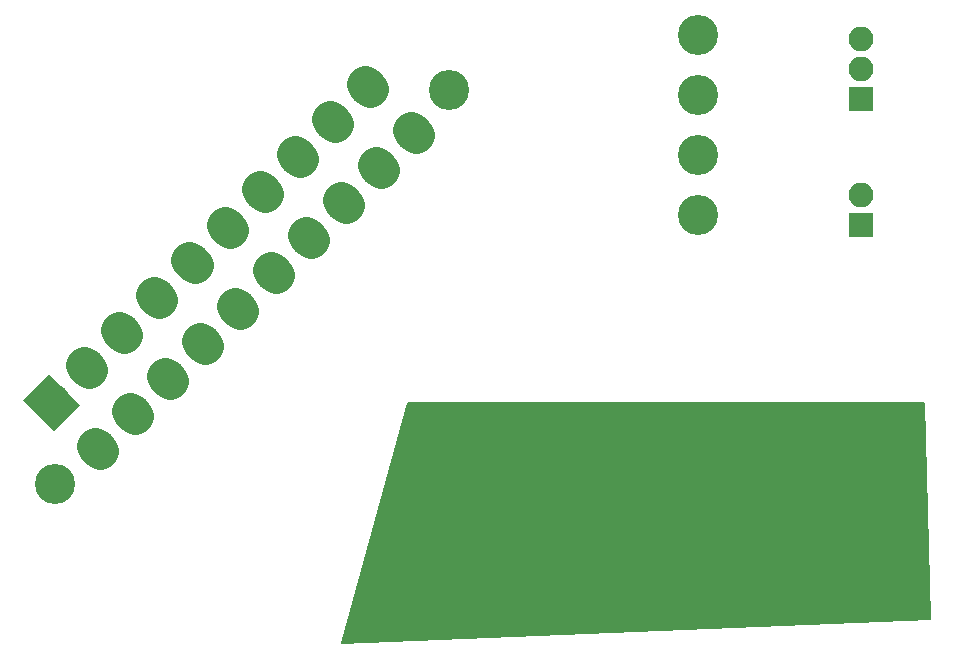
<source format=gbr>
G04 #@! TF.GenerationSoftware,KiCad,Pcbnew,5.0.0-fee4fd1~65~ubuntu17.10.1*
G04 #@! TF.CreationDate,2018-09-05T22:10:36-07:00*
G04 #@! TF.ProjectId,ATX2PCjr,4154583250436A722E6B696361645F70,rev?*
G04 #@! TF.SameCoordinates,Original*
G04 #@! TF.FileFunction,Soldermask,Bot*
G04 #@! TF.FilePolarity,Negative*
%FSLAX46Y46*%
G04 Gerber Fmt 4.6, Leading zero omitted, Abs format (unit mm)*
G04 Created by KiCad (PCBNEW 5.0.0-fee4fd1~65~ubuntu17.10.1) date Wed Sep  5 22:10:36 2018*
%MOMM*%
%LPD*%
G01*
G04 APERTURE LIST*
%ADD10C,0.150000*%
%ADD11C,3.100000*%
%ADD12C,0.100000*%
%ADD13C,3.100000*%
%ADD14C,3.400000*%
%ADD15O,2.100000X2.100000*%
%ADD16R,2.100000X2.100000*%
G04 APERTURE END LIST*
D10*
G36*
X105410000Y-84074000D02*
X149098000Y-84074000D01*
X149606000Y-102362000D01*
X99822000Y-104394000D01*
X105410000Y-84074000D01*
G37*
X105410000Y-84074000D02*
X149098000Y-84074000D01*
X149606000Y-102362000D01*
X99822000Y-104394000D01*
X105410000Y-84074000D01*
D11*
G04 #@! TO.C,J1*
X75261670Y-83990307D03*
D12*
G36*
X75473802Y-86394470D02*
X72857507Y-83778175D01*
X75049538Y-81586144D01*
X77665833Y-84202439D01*
X75473802Y-86394470D01*
X75473802Y-86394470D01*
G37*
D11*
X78231518Y-81020459D03*
D13*
X78019386Y-80808327D02*
X78443650Y-81232591D01*
D11*
X81201367Y-78050610D03*
D13*
X80989235Y-77838478D02*
X81413499Y-78262742D01*
D11*
X84171215Y-75080762D03*
D13*
X83959083Y-74868630D02*
X84383347Y-75292894D01*
D11*
X87141064Y-72110913D03*
D13*
X86928932Y-71898781D02*
X87353196Y-72323045D01*
D11*
X90110912Y-69141065D03*
D13*
X89898780Y-68928933D02*
X90323044Y-69353197D01*
D11*
X93080761Y-66171216D03*
D13*
X92868629Y-65959084D02*
X93292893Y-66383348D01*
D11*
X96050609Y-63201368D03*
D13*
X95838477Y-62989236D02*
X96262741Y-63413500D01*
D11*
X99020458Y-60231519D03*
D13*
X98808326Y-60019387D02*
X99232590Y-60443651D01*
D11*
X101990306Y-57261671D03*
D13*
X101778174Y-57049539D02*
X102202438Y-57473803D01*
D11*
X79150757Y-87879394D03*
D13*
X78938625Y-87667262D02*
X79362889Y-88091526D01*
D11*
X82120606Y-84909546D03*
D13*
X81908474Y-84697414D02*
X82332738Y-85121678D01*
D11*
X85090454Y-81939697D03*
D13*
X84878322Y-81727565D02*
X85302586Y-82151829D01*
D11*
X88060303Y-78969849D03*
D13*
X87848171Y-78757717D02*
X88272435Y-79181981D01*
D11*
X91030151Y-76000000D03*
D13*
X90818019Y-75787868D02*
X91242283Y-76212132D01*
D11*
X94000000Y-73030152D03*
D13*
X93787868Y-72818020D02*
X94212132Y-73242284D01*
D11*
X96969848Y-70060303D03*
D13*
X96757716Y-69848171D02*
X97181980Y-70272435D01*
D11*
X99939697Y-67090455D03*
D13*
X99727565Y-66878323D02*
X100151829Y-67302587D01*
D11*
X102909545Y-64120606D03*
D13*
X102697413Y-63908474D02*
X103121677Y-64332738D01*
D11*
X105879394Y-61150758D03*
D13*
X105667262Y-60938626D02*
X106091526Y-61362890D01*
D14*
X75502086Y-90877527D03*
X108877526Y-57502087D03*
G04 #@! TD*
G04 #@! TO.C,J5*
X130000000Y-52920000D03*
X130000000Y-58000000D03*
X130000000Y-63080000D03*
X130000000Y-68160000D03*
G04 #@! TD*
D15*
G04 #@! TO.C,J3*
X143810000Y-66410000D03*
D16*
X143810000Y-68950000D03*
G04 #@! TD*
D15*
G04 #@! TO.C,J4*
X143810000Y-53190000D03*
X143810000Y-55730000D03*
D16*
X143810000Y-58270000D03*
G04 #@! TD*
M02*

</source>
